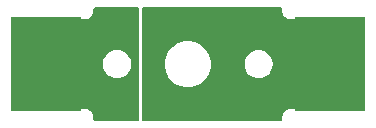
<source format=gbr>
%TF.GenerationSoftware,KiCad,Pcbnew,7.0.2*%
%TF.CreationDate,2023-09-13T12:46:08+12:00*%
%TF.ProjectId,TWIST_SWITCH,54574953-545f-4535-9749-5443482e6b69,v1.1*%
%TF.SameCoordinates,Original*%
%TF.FileFunction,Copper,L1,Top*%
%TF.FilePolarity,Positive*%
%FSLAX46Y46*%
G04 Gerber Fmt 4.6, Leading zero omitted, Abs format (unit mm)*
G04 Created by KiCad (PCBNEW 7.0.2) date 2023-09-13 12:46:08*
%MOMM*%
%LPD*%
G01*
G04 APERTURE LIST*
%TA.AperFunction,ConnectorPad*%
%ADD10R,6.000000X8.000000*%
%TD*%
%TA.AperFunction,ComponentPad*%
%ADD11C,3.400000*%
%TD*%
%TA.AperFunction,ViaPad*%
%ADD12C,0.700000*%
%TD*%
G04 APERTURE END LIST*
D10*
%TO.P,H3,1,1*%
%TO.N,GND2*%
X212000000Y-150000000D03*
D11*
X212000000Y-150000000D03*
%TD*%
D10*
%TO.P,H1,1,1*%
%TO.N,GND1*%
X188000000Y-150000000D03*
D11*
X188000000Y-150000000D03*
%TD*%
D12*
%TO.N,GND2*%
X207500000Y-146500000D03*
X214500000Y-153500000D03*
X204500000Y-150500000D03*
X208500000Y-147500000D03*
X207500000Y-145600000D03*
X207500000Y-151500000D03*
X209500000Y-146500000D03*
X206500000Y-148500000D03*
X208500000Y-152500000D03*
X213500000Y-151500000D03*
X208500000Y-150500000D03*
X212500000Y-152500000D03*
X212500000Y-146500000D03*
X209500000Y-147500000D03*
X213500000Y-147500000D03*
X209500000Y-148500000D03*
X212500000Y-147500000D03*
X210500000Y-146500000D03*
X204500000Y-151500000D03*
X207500000Y-152500000D03*
X207500000Y-150500000D03*
X210500000Y-147500000D03*
X205500000Y-147500000D03*
X209500000Y-153500000D03*
X211500000Y-146500000D03*
X205500000Y-151500000D03*
X214500000Y-148500000D03*
X214500000Y-151500000D03*
X213500000Y-153500000D03*
X211500000Y-153500000D03*
X204500000Y-152500000D03*
X204500000Y-149500000D03*
X208500000Y-148500000D03*
X206500000Y-147500000D03*
X207500000Y-147500000D03*
X214500000Y-147500000D03*
X211500000Y-152500000D03*
X210500000Y-152500000D03*
X206500000Y-151500000D03*
X214500000Y-152500000D03*
X213500000Y-148500000D03*
X211500000Y-147500000D03*
X208500000Y-153500000D03*
X207500000Y-154400000D03*
X204500000Y-147500000D03*
X205500000Y-152500000D03*
X208500000Y-146500000D03*
X214500000Y-146500000D03*
X207500000Y-149500000D03*
X208500000Y-151500000D03*
X207500000Y-153500000D03*
X205500000Y-148500000D03*
X213500000Y-152500000D03*
X209500000Y-150500000D03*
X213500000Y-146500000D03*
X207500000Y-148500000D03*
X208500000Y-149500000D03*
X214500000Y-149500000D03*
X210500000Y-148500000D03*
X204500000Y-148500000D03*
X209500000Y-151500000D03*
X212500000Y-153500000D03*
X210500000Y-153500000D03*
X209500000Y-149500000D03*
X206500000Y-152500000D03*
X209500000Y-152500000D03*
X214500000Y-150500000D03*
X210500000Y-151500000D03*
%TO.N,GND1*%
X189500000Y-146500000D03*
X194500000Y-151500000D03*
X187500000Y-153500000D03*
X187500000Y-147500000D03*
X191500000Y-151500000D03*
X187500000Y-152500000D03*
X188500000Y-152500000D03*
X185500000Y-149500000D03*
X193500000Y-148500000D03*
X192500000Y-148500000D03*
X186500000Y-147500000D03*
X190500000Y-150500000D03*
X193500000Y-147500000D03*
X192500000Y-150500000D03*
X191500000Y-149500000D03*
X185500000Y-151500000D03*
X195500000Y-151500000D03*
X185500000Y-152500000D03*
X194500000Y-148500000D03*
X192500000Y-147500000D03*
X192500000Y-145600000D03*
X194500000Y-152500000D03*
X189500000Y-147500000D03*
X185500000Y-148500000D03*
X195500000Y-148500000D03*
X191500000Y-147500000D03*
X192500000Y-149500000D03*
X195500000Y-152500000D03*
X190500000Y-152500000D03*
X186500000Y-148500000D03*
X189500000Y-152500000D03*
X186500000Y-151500000D03*
X189500000Y-148500000D03*
X191500000Y-153500000D03*
X192500000Y-152500000D03*
X191500000Y-148500000D03*
X192500000Y-154400000D03*
X186500000Y-153500000D03*
X190500000Y-153500000D03*
X188500000Y-153500000D03*
X190500000Y-147500000D03*
X189500000Y-153500000D03*
X185500000Y-150500000D03*
X190500000Y-151500000D03*
X188500000Y-146500000D03*
X188500000Y-147500000D03*
X191500000Y-152500000D03*
X192500000Y-153500000D03*
X194500000Y-147500000D03*
X185500000Y-153500000D03*
X186500000Y-146500000D03*
X193500000Y-151500000D03*
X190500000Y-146500000D03*
X190500000Y-149500000D03*
X186500000Y-152500000D03*
X195500000Y-149500000D03*
X190500000Y-148500000D03*
X191500000Y-150500000D03*
X187500000Y-146500000D03*
X191500000Y-146500000D03*
X195500000Y-150500000D03*
X193500000Y-152500000D03*
X185500000Y-147500000D03*
X192500000Y-151500000D03*
X189500000Y-151500000D03*
X195500000Y-147500000D03*
X185500000Y-146500000D03*
X192500000Y-146500000D03*
%TD*%
%TA.AperFunction,Conductor*%
%TO.N,GND1*%
G36*
X195836621Y-145220502D02*
G01*
X195883114Y-145274158D01*
X195894500Y-145326500D01*
X195894500Y-154673500D01*
X195874498Y-154741621D01*
X195820842Y-154788114D01*
X195768500Y-154799500D01*
X192126500Y-154799500D01*
X192058379Y-154779498D01*
X192011886Y-154725842D01*
X192000500Y-154673500D01*
X192000500Y-154431006D01*
X191973580Y-154295672D01*
X191943983Y-154224219D01*
X191920775Y-154168189D01*
X191844114Y-154053458D01*
X191844112Y-154053455D01*
X191746544Y-153955887D01*
X191631811Y-153879225D01*
X191504327Y-153826419D01*
X191368993Y-153799500D01*
X191332590Y-153799500D01*
X185326500Y-153799500D01*
X185258379Y-153779498D01*
X185211886Y-153725842D01*
X185200500Y-153673500D01*
X185200500Y-150111243D01*
X192799500Y-150111243D01*
X192825246Y-150248969D01*
X192840382Y-150329940D01*
X192920754Y-150537405D01*
X193037873Y-150726558D01*
X193037874Y-150726559D01*
X193037876Y-150726562D01*
X193187764Y-150890981D01*
X193365311Y-151025058D01*
X193564472Y-151124229D01*
X193778464Y-151185115D01*
X193817360Y-151188719D01*
X193941580Y-151200230D01*
X193941586Y-151200230D01*
X193944497Y-151200500D01*
X193947410Y-151200500D01*
X194052590Y-151200500D01*
X194055503Y-151200500D01*
X194058414Y-151200230D01*
X194058419Y-151200230D01*
X194143743Y-151192323D01*
X194221536Y-151185115D01*
X194435528Y-151124229D01*
X194634689Y-151025058D01*
X194812236Y-150890981D01*
X194962124Y-150726562D01*
X195039132Y-150602189D01*
X195079245Y-150537405D01*
X195079247Y-150537401D01*
X195159618Y-150329940D01*
X195200500Y-150111243D01*
X195200500Y-149888757D01*
X195159618Y-149670060D01*
X195079247Y-149462599D01*
X195079246Y-149462598D01*
X195079245Y-149462594D01*
X194962126Y-149273441D01*
X194962125Y-149273440D01*
X194962124Y-149273438D01*
X194812236Y-149109019D01*
X194634689Y-148974942D01*
X194634688Y-148974942D01*
X194435527Y-148875770D01*
X194221534Y-148814884D01*
X194058419Y-148799769D01*
X194058393Y-148799767D01*
X194055503Y-148799500D01*
X193944497Y-148799500D01*
X193941607Y-148799767D01*
X193941580Y-148799769D01*
X193778465Y-148814884D01*
X193564472Y-148875770D01*
X193365310Y-148974942D01*
X193187765Y-149109018D01*
X193037873Y-149273441D01*
X192920754Y-149462594D01*
X192840382Y-149670059D01*
X192826754Y-149742958D01*
X192799500Y-149888757D01*
X192799500Y-150111243D01*
X185200500Y-150111243D01*
X185200500Y-146326500D01*
X185220502Y-146258379D01*
X185274158Y-146211886D01*
X185326500Y-146200500D01*
X191368993Y-146200500D01*
X191504328Y-146173580D01*
X191631811Y-146120775D01*
X191746542Y-146044114D01*
X191844114Y-145946542D01*
X191920775Y-145831811D01*
X191973580Y-145704328D01*
X192000500Y-145568993D01*
X192000500Y-145500000D01*
X192000500Y-145460118D01*
X192000500Y-145326499D01*
X192020502Y-145258379D01*
X192074158Y-145211886D01*
X192126500Y-145200500D01*
X195768500Y-145200500D01*
X195836621Y-145220502D01*
G37*
%TD.AperFunction*%
%TD*%
%TA.AperFunction,Conductor*%
%TO.N,GND2*%
G36*
X207941621Y-145220502D02*
G01*
X207988114Y-145274158D01*
X207999500Y-145326500D01*
X207999500Y-145568993D01*
X208026419Y-145704327D01*
X208079225Y-145831811D01*
X208155887Y-145946544D01*
X208253455Y-146044112D01*
X208253458Y-146044114D01*
X208368189Y-146120775D01*
X208495672Y-146173580D01*
X208631007Y-146200500D01*
X208677410Y-146200500D01*
X214673500Y-146200500D01*
X214741621Y-146220502D01*
X214788114Y-146274158D01*
X214799500Y-146326500D01*
X214799500Y-153673500D01*
X214779498Y-153741621D01*
X214725842Y-153788114D01*
X214673500Y-153799500D01*
X208641007Y-153799500D01*
X208505672Y-153826419D01*
X208378188Y-153879225D01*
X208263455Y-153955887D01*
X208165887Y-154053455D01*
X208089225Y-154168188D01*
X208036419Y-154295672D01*
X208009500Y-154431006D01*
X208009500Y-154673500D01*
X207989498Y-154741621D01*
X207935842Y-154788114D01*
X207883500Y-154799500D01*
X196226000Y-154799500D01*
X196157879Y-154779498D01*
X196111386Y-154725842D01*
X196100000Y-154673500D01*
X196100000Y-150000000D01*
X198044517Y-150000000D01*
X198064422Y-150278298D01*
X198123726Y-150550916D01*
X198123729Y-150550923D01*
X198221231Y-150812337D01*
X198323703Y-151000000D01*
X198354945Y-151057215D01*
X198522146Y-151280570D01*
X198719429Y-151477853D01*
X198940988Y-151643709D01*
X198942787Y-151645056D01*
X199187663Y-151778769D01*
X199449077Y-151876271D01*
X199449078Y-151876271D01*
X199449083Y-151876273D01*
X199721701Y-151935577D01*
X199721706Y-151935578D01*
X199930343Y-151950500D01*
X199932600Y-151950500D01*
X200067400Y-151950500D01*
X200069657Y-151950500D01*
X200278294Y-151935578D01*
X200336608Y-151922892D01*
X200550916Y-151876273D01*
X200550919Y-151876271D01*
X200550923Y-151876271D01*
X200812337Y-151778769D01*
X201057213Y-151645056D01*
X201280568Y-151477855D01*
X201477855Y-151280568D01*
X201645056Y-151057213D01*
X201778769Y-150812337D01*
X201876271Y-150550923D01*
X201935578Y-150278294D01*
X201947526Y-150111243D01*
X204799500Y-150111243D01*
X204830728Y-150278294D01*
X204840382Y-150329940D01*
X204920754Y-150537405D01*
X205037873Y-150726558D01*
X205037874Y-150726559D01*
X205037876Y-150726562D01*
X205187764Y-150890981D01*
X205365311Y-151025058D01*
X205564472Y-151124229D01*
X205778464Y-151185115D01*
X205817360Y-151188719D01*
X205941580Y-151200230D01*
X205941586Y-151200230D01*
X205944497Y-151200500D01*
X205947410Y-151200500D01*
X206052590Y-151200500D01*
X206055503Y-151200500D01*
X206058414Y-151200230D01*
X206058419Y-151200230D01*
X206143743Y-151192323D01*
X206221536Y-151185115D01*
X206435528Y-151124229D01*
X206634689Y-151025058D01*
X206812236Y-150890981D01*
X206962124Y-150726562D01*
X207079247Y-150537401D01*
X207159618Y-150329940D01*
X207200500Y-150111243D01*
X207200500Y-149888757D01*
X207159618Y-149670060D01*
X207079247Y-149462599D01*
X207079246Y-149462598D01*
X207079245Y-149462594D01*
X206962126Y-149273441D01*
X206962125Y-149273440D01*
X206962124Y-149273438D01*
X206812236Y-149109019D01*
X206634689Y-148974942D01*
X206634688Y-148974942D01*
X206435527Y-148875770D01*
X206221534Y-148814884D01*
X206058419Y-148799769D01*
X206058393Y-148799767D01*
X206055503Y-148799500D01*
X205944497Y-148799500D01*
X205941607Y-148799767D01*
X205941580Y-148799769D01*
X205778465Y-148814884D01*
X205564472Y-148875770D01*
X205365310Y-148974942D01*
X205187765Y-149109018D01*
X205037873Y-149273441D01*
X204920754Y-149462594D01*
X204840382Y-149670059D01*
X204830728Y-149721706D01*
X204799500Y-149888757D01*
X204799500Y-150111243D01*
X201947526Y-150111243D01*
X201955482Y-150000000D01*
X201935578Y-149721706D01*
X201879213Y-149462599D01*
X201876273Y-149449083D01*
X201876271Y-149449077D01*
X201778769Y-149187663D01*
X201645056Y-148942787D01*
X201607503Y-148892621D01*
X201477853Y-148719429D01*
X201280570Y-148522146D01*
X201057215Y-148354945D01*
X201015917Y-148332395D01*
X200812337Y-148221231D01*
X200651028Y-148161066D01*
X200550916Y-148123726D01*
X200278298Y-148064422D01*
X200071907Y-148049660D01*
X200071881Y-148049659D01*
X200069657Y-148049500D01*
X199930343Y-148049500D01*
X199928119Y-148049659D01*
X199928092Y-148049660D01*
X199721701Y-148064422D01*
X199449083Y-148123726D01*
X199253016Y-148196855D01*
X199187663Y-148221231D01*
X199187661Y-148221231D01*
X199187661Y-148221232D01*
X198942784Y-148354945D01*
X198719429Y-148522146D01*
X198522146Y-148719429D01*
X198354945Y-148942784D01*
X198221232Y-149187661D01*
X198123726Y-149449083D01*
X198064422Y-149721701D01*
X198044517Y-150000000D01*
X196100000Y-150000000D01*
X196100000Y-145326500D01*
X196120002Y-145258379D01*
X196173658Y-145211886D01*
X196226000Y-145200500D01*
X207873500Y-145200500D01*
X207941621Y-145220502D01*
G37*
%TD.AperFunction*%
%TD*%
M02*

</source>
